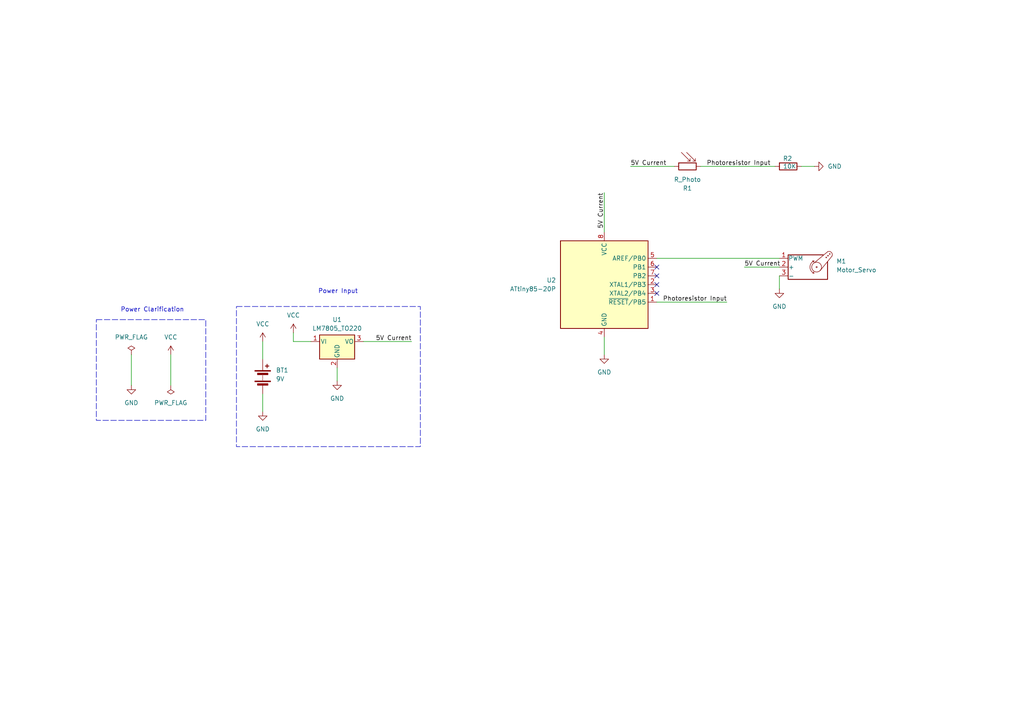
<source format=kicad_sch>
(kicad_sch (version 20231120) (generator "eeschema") (generator_version "8.0")
  (paper "A4")
  (lib_symbols
    (symbol "Device:Battery" (pin_numbers hide) (pin_names (offset 0) hide)
      (property "Reference" "BT" (at 2.54 2.54 0))
      (property "Value" "Battery" (at 2.54 0 0))
      (symbol "Battery_0_1"
        (rectangle (start -2.286 -1.27) (end 2.286 -1.524) (fill (type outline)))
        (rectangle (start -2.286 1.778) (end 2.286 1.524) (fill (type outline)))
        (rectangle (start -1.524 -2.032) (end 1.524 -2.54) (fill (type outline)))
        (rectangle (start -1.524 1.016) (end 1.524 0.508) (fill (type outline)))
        (polyline (pts (xy 0 -1.016) (xy 0 -0.762)))
        (polyline (pts (xy 0 -0.508) (xy 0 -0.254)))
        (polyline (pts (xy 0 0) (xy 0 0.254)))
        (polyline (pts (xy 0 1.778) (xy 0 2.54)))
        (polyline (pts (xy 0.762 3.048) (xy 1.778 3.048)) (stroke (width 0.254)))
        (polyline (pts (xy 1.27 3.556) (xy 1.27 2.54)) (stroke (width 0.254)))
      )
      (symbol "Battery_1_1"
        (pin passive line (at 0 5.08 270) (length 2.54) (name "+") (number "1"))
        (pin passive line (at 0 -5.08 90) (length 2.54) (name "-") (number "2"))
      )
    )
    (symbol "Device:R" (pin_numbers hide) (pin_names (offset 0))
      (property "Reference" "R" (at 2.032 0 90))
      (property "Value" "R" (at 0 0 90))
      (symbol "R_0_1"
        (rectangle (start -1.016 -2.54) (end 1.016 2.54) (stroke (width 0.254)))
      )
      (symbol "R_1_1"
        (pin passive line (at 0 3.81 270) (length 1.27) (name "~") (number "1"))
        (pin passive line (at 0 -3.81 90) (length 1.27) (name "~") (number "2"))
      )
    )
    (symbol "Device:R_Photo" (pin_numbers hide) (pin_names (offset 0))
      (property "Reference" "R" (at 1.27 1.27 0))
      (property "Value" "R_Photo" (at 1.27 0 0))
      (symbol "R_Photo_0_1"
        (rectangle (start -1.016 2.54) (end 1.016 -2.54) (stroke (width 0.254)))
        (polyline (pts (xy -1.524 -2.286) (xy -4.064 0.254)))
        (polyline (pts (xy -1.524 -2.286) (xy -2.286 -2.286)))
        (polyline (pts (xy -1.524 -2.286) (xy -1.524 -1.524)))
        (polyline (pts (xy -1.524 -0.762) (xy -4.064 1.778)))
        (polyline (pts (xy -1.524 -0.762) (xy -2.286 -0.762)))
        (polyline (pts (xy -1.524 -0.762) (xy -1.524 0)))
      )
      (symbol "R_Photo_1_1"
        (pin passive line (at 0 3.81 270) (length 1.27) (name "~") (number "1"))
        (pin passive line (at 0 -3.81 90) (length 1.27) (name "~") (number "2"))
      )
    )
    (symbol "MCU_Microchip_ATtiny:ATtiny85-20P"
      (property "Reference" "U" (at -12.7 13.97 0))
      (property "Value" "ATtiny85-20P" (at 2.54 -13.97 0))
      (symbol "ATtiny85-20P_0_1"
        (rectangle (start -12.7 -12.7) (end 12.7 12.7) (stroke (width 0.254)) (fill (type background)))
      )
      (symbol "ATtiny85-20P_1_1"
        (pin bidirectional line (at 15.24 -5.08 180) (length 2.54) (name "~{RESET}/PB5") (number "1"))
        (pin bidirectional line (at 15.24 0 180) (length 2.54) (name "XTAL1/PB3") (number "2"))
        (pin bidirectional line (at 15.24 -2.54 180) (length 2.54) (name "XTAL2/PB4") (number "3"))
        (pin power_in line (at 0 -15.24 90) (length 2.54) (name "GND") (number "4"))
        (pin bidirectional line (at 15.24 7.62 180) (length 2.54) (name "AREF/PB0") (number "5"))
        (pin bidirectional line (at 15.24 5.08 180) (length 2.54) (name "PB1") (number "6"))
        (pin bidirectional line (at 15.24 2.54 180) (length 2.54) (name "PB2") (number "7"))
        (pin power_in line (at 0 15.24 270) (length 2.54) (name "VCC") (number "8"))
      )
    )
    (symbol "Motor:Motor_Servo" (pin_names (offset 0.0254))
      (property "Reference" "M" (at -5.08 4.445 0))
      (property "Value" "Motor_Servo" (at -5.08 -4.064 0))
      (symbol "Motor_Servo_0_1"
        (polyline (pts (xy 2.413 -1.778) (xy 2.032 -1.778)))
        (polyline (pts (xy 2.413 -1.778) (xy 2.286 -1.397)))
        (polyline (pts (xy 2.413 1.778) (xy 1.905 1.778)))
        (polyline (pts (xy 2.413 1.778) (xy 2.286 1.397)))
        (polyline (pts (xy 6.35 4.445) (xy 2.54 1.27)))
        (polyline (pts (xy 7.62 3.175) (xy 4.191 -1.016)))
        (polyline (pts (xy 5.08 3.556) (xy -5.08 3.556) (xy -5.08 -3.556) (xy 6.35 -3.556) (xy 6.35 1.524)) (stroke (width 0.254)))
        (arc (start 2.413 1.778) (mid 1.2406 0) (end 2.413 -1.778))
        (circle (center 3.175 0) (radius 0.1778))
        (circle (center 3.175 0) (radius 1.4224))
        (circle (center 5.969 2.794) (radius 0.127))
        (circle (center 6.477 3.302) (radius 0.127))
        (circle (center 6.985 3.81) (radius 0.127))
        (arc (start 7.62 3.175) (mid 7.4485 4.2735) (end 6.35 4.445))
      )
      (symbol "Motor_Servo_1_1"
        (pin passive line (at -7.62 2.54 0) (length 2.54) (name "PWM") (number "1"))
        (pin passive line (at -7.62 0 0) (length 2.54) (name "+") (number "2"))
        (pin passive line (at -7.62 -2.54 0) (length 2.54) (name "-") (number "3"))
      )
    )
    (symbol "Regulator_Linear:LM7805_TO220" (pin_names (offset 0.254))
      (property "Reference" "U" (at -3.81 3.175 0))
      (property "Value" "LM7805_TO220" (at 0 3.175 0))
      (symbol "LM7805_TO220_0_1"
        (rectangle (start -5.08 1.905) (end 5.08 -5.08) (stroke (width 0.254)) (fill (type background)))
      )
      (symbol "LM7805_TO220_1_1"
        (pin power_in line (at -7.62 0 0) (length 2.54) (name "VI") (number "1"))
        (pin power_in line (at 0 -7.62 90) (length 2.54) (name "GND") (number "2"))
        (pin power_out line (at 7.62 0 180) (length 2.54) (name "VO") (number "3"))
      )
    )
    (symbol "power:GND" (power) (pin_numbers hide) (pin_names (offset 0) hide)
      (property "Value" "GND" (at 0 -3.81 0))
      (symbol "GND_0_1"
        (polyline (pts (xy 0 0) (xy 0 -1.27) (xy 1.27 -1.27) (xy 0 -2.54) (xy -1.27 -1.27) (xy 0 -1.27)))
      )
      (symbol "GND_1_1"
        (pin power_in line (at 0 0 270) (length 0) (name "~") (number "1"))
      )
    )
    (symbol "power:PWR_FLAG" (power) (pin_numbers hide) (pin_names (offset 0) hide)
      (property "Value" "PWR_FLAG" (at 0 3.81 0))
      (symbol "PWR_FLAG_0_0"
        (pin power_out line (at 0 0 90) (length 0) (name "~") (number "1"))
      )
      (symbol "PWR_FLAG_0_1"
        (polyline (pts (xy 0 0) (xy 0 1.27) (xy -1.016 1.905) (xy 0 2.54) (xy 1.016 1.905) (xy 0 1.27)))
      )
    )
    (symbol "power:VCC" (power) (pin_numbers hide) (pin_names (offset 0) hide)
      (property "Value" "VCC" (at 0 3.556 0))
      (symbol "VCC_0_1"
        (polyline (pts (xy -0.762 1.27) (xy 0 2.54)))
        (polyline (pts (xy 0 0) (xy 0 2.54)))
        (polyline (pts (xy 0 2.54) (xy 0.762 1.27)))
      )
      (symbol "VCC_1_1"
        (pin power_in line (at 0 0 90) (length 0) (name "~") (number "1"))
      )
    )
  )
  (no_connect (at 190.5 77.47))
  (no_connect (at 190.5 82.55))
  (no_connect (at 190.5 85.09))
  (no_connect (at 190.5 80.01))
  (wire (pts (xy 175.26 97.79) (xy 175.26 102.87)))
  (wire (pts (xy 85.09 96.52) (xy 85.09 99.06)))
  (wire (pts (xy 175.26 55.88) (xy 175.26 67.31)))
  (wire (pts (xy 76.2 99.06) (xy 76.2 104.14)))
  (wire (pts (xy 190.5 74.93) (xy 226.06 74.93)))
  (wire (pts (xy 215.9 77.47) (xy 226.06 77.47)))
  (wire (pts (xy 226.06 80.01) (xy 226.06 83.82)))
  (wire (pts (xy 203.2 48.26) (xy 224.79 48.26)))
  (wire (pts (xy 90.17 99.06) (xy 85.09 99.06)))
  (wire (pts (xy 190.5 87.63) (xy 210.82 87.63)))
  (wire (pts (xy 97.79 106.68) (xy 97.79 110.49)))
  (wire (pts (xy 49.53 102.87) (xy 49.53 111.76)))
  (wire (pts (xy 232.41 48.26) (xy 236.22 48.26)))
  (wire (pts (xy 38.1 102.87) (xy 38.1 111.76)))
  (wire (pts (xy 182.88 48.26) (xy 195.58 48.26)))
  (wire (pts (xy 105.41 99.06) (xy 119.38 99.06)))
  (wire (pts (xy 76.2 114.3) (xy 76.2 119.38)))
  (rectangle (start 68.58 88.9) (end 121.92 129.54) (stroke (width 0) (type dash)))
  (rectangle (start 27.94 92.71) (end 59.69 121.92) (stroke (width 0) (type dash)))
  (rectangle (start 59.69 121.92) (end 59.69 121.92))
  (text "Power Clarification" (at 44.196 89.916 0) (effects (font (size 1.27 1.27))))
  (text "Power Input" (at 98.044 84.582 0) (effects (font (size 1.27 1.27))))
  (label "5V Current" (at 119.38 99.06 180))
  (label "5V Current" (at 182.88 48.26 0))
  (label "Photoresistor Input" (at 210.82 87.63 180))
  (label "Photoresistor Input" (at 223.52 48.26 180))
  (label "5V Current" (at 215.9 77.47 0))
  (label "5V Current" (at 175.26 55.88 270))
  (symbol (lib_id "Regulator_Linear:LM7805_TO220") (at 97.79 99.06 0) (unit 1)
    (property "Reference" "U1" (at 97.79 92.71 0))
    (property "Value" "LM7805_TO220" (at 97.79 95.25 0))
    (property "Footprint" "Package_TO_SOT_THT:TO-220-3_Vertical" (effects (hide yes)))
    (property "Datasheet" "https://www.onsemi.cn/PowerSolutions/document/MC7800-D.PDF" (effects (hide yes)))
    (property "Description" "Positive 1A 35V Linear Regulator, Fixed Output 5V, TO-220" (effects (hide yes)))
  )
  (symbol (lib_id "power:GND") (at 175.26 102.87 0) (unit 1)
    (property "Reference" "#PWR07" (effects (hide yes)))
    (property "Value" "GND" (at 175.26 107.95 0))
    (property "Description" "Power symbol creates a global label with name \"GND\" , ground" (effects (hide yes)))
  )
  (symbol (lib_id "power:VCC") (at 49.53 102.87 0) (unit 1)
    (property "Reference" "#PWR04" (effects (hide yes)))
    (property "Value" "VCC" (at 49.53 97.79 0))
    (property "Description" "Power symbol creates a global label with name \"VCC\"" (effects (hide yes)))
  )
  (symbol (lib_id "Device:R_Photo") (at 199.39 48.26 90) (mirror x) (unit 1)
    (property "Reference" "R1" (at 199.39 54.61 90))
    (property "Value" "R_Photo" (at 199.39 52.07 90))
    (property "Footprint" "OptoDevice:Luna_NSL-32" (effects (hide yes)))
    (property "Description" "Photoresistor" (effects (hide yes)))
  )
  (symbol (lib_id "MCU_Microchip_ATtiny:ATtiny85-20P") (at 175.26 82.55 0) (unit 1)
    (property "Reference" "U2" (at 161.29 81.2799 0) (effects (justify right)))
    (property "Value" "ATtiny85-20P" (at 161.29 83.8199 0) (effects (justify right)))
    (property "Footprint" "Package_DIP:DIP-8_W7.62mm" (effects (hide yes)))
    (property "Datasheet" "http://ww1.microchip.com/downloads/en/DeviceDoc/atmel-2586-avr-8-bit-microcontroller-attiny25-attiny45-attiny85_datasheet.pdf" (effects (hide yes)))
    (property "Description" "20MHz, 8kB Flash, 512B SRAM, 512B EEPROM, debugWIRE, DIP-8" (effects (hide yes)))
  )
  (symbol (lib_id "power:GND") (at 226.06 83.82 0) (unit 1)
    (property "Reference" "#PWR09" (effects (hide yes)))
    (property "Value" "GND" (at 226.06 88.9 0))
    (property "Description" "Power symbol creates a global label with name \"GND\" , ground" (effects (hide yes)))
  )
  (symbol (lib_id "Device:R") (at 228.6 48.26 270) (unit 1)
    (property "Reference" "R2" (at 227.076 45.974 90) (effects (justify left)))
    (property "Value" "10K" (at 227.076 48.26 90) (effects (justify left)))
    (property "Footprint" "Resistor_THT:R_Axial_DIN0207_L6.3mm_D2.5mm_P10.16mm_Horizontal" (effects (hide yes)))
    (property "Description" "Resistor" (effects (hide yes)))
  )
  (symbol (lib_id "power:PWR_FLAG") (at 49.53 111.76 180) (unit 1)
    (property "Reference" "#FLG02" (effects (hide yes)))
    (property "Value" "PWR_FLAG" (at 49.53 116.84 0))
    (property "Description" "Special symbol for telling ERC where power comes from" (effects (hide yes)))
  )
  (symbol (lib_id "power:VCC") (at 85.09 96.52 0) (unit 1)
    (property "Reference" "#PWR05" (effects (hide yes)))
    (property "Value" "VCC" (at 85.09 91.44 0))
    (property "Description" "Power symbol creates a global label with name \"VCC\"" (effects (hide yes)))
  )
  (symbol (lib_id "Motor:Motor_Servo") (at 233.68 77.47 0) (unit 1)
    (property "Reference" "M1" (at 242.57 75.7665 0) (effects (justify left)))
    (property "Value" "Motor_Servo" (at 242.57 78.3065 0) (effects (justify left)))
    (property "Footprint" "Connector_PinHeader_2.54mm:PinHeader_1x03_P2.54mm_Horizontal" (effects (hide yes)))
    (property "Datasheet" "http://forums.parallax.com/uploads/attachments/46831/74481.png" (effects (hide yes)))
    (property "Description" "Servo Motor (Futaba, HiTec, JR connector)" (effects (hide yes)))
  )
  (symbol (lib_id "Device:Battery") (at 76.2 109.22 0) (unit 1)
    (property "Reference" "BT1" (at 80.01 107.3784 0) (effects (justify left)))
    (property "Value" "9V" (at 80.01 109.9184 0) (effects (justify left)))
    (property "Footprint" "Battery:BatteryHolder_MPD_BA9VPC_1xPP3" (effects (hide yes)))
    (property "Description" "Multiple-cell battery" (effects (hide yes)))
  )
  (symbol (lib_id "power:GND") (at 97.79 110.49 0) (unit 1)
    (property "Reference" "#PWR06" (effects (hide yes)))
    (property "Value" "GND" (at 97.79 115.57 0))
    (property "Description" "Power symbol creates a global label with name \"GND\" , ground" (effects (hide yes)))
  )
  (symbol (lib_id "power:GND") (at 76.2 119.38 0) (unit 1)
    (property "Reference" "#PWR02" (effects (hide yes)))
    (property "Value" "GND" (at 76.2 124.46 0))
    (property "Description" "Power symbol creates a global label with name \"GND\" , ground" (effects (hide yes)))
  )
  (symbol (lib_id "power:VCC") (at 76.2 99.06 0) (unit 1)
    (property "Reference" "#PWR01" (effects (hide yes)))
    (property "Value" "VCC" (at 76.2 93.98 0))
    (property "Description" "Power symbol creates a global label with name \"VCC\"" (effects (hide yes)))
  )
  (symbol (lib_id "power:GND") (at 38.1 111.76 0) (unit 1)
    (property "Reference" "#PWR03" (effects (hide yes)))
    (property "Value" "GND" (at 38.1 116.84 0))
    (property "Description" "Power symbol creates a global label with name \"GND\" , ground" (effects (hide yes)))
  )
  (symbol (lib_id "power:GND") (at 236.22 48.26 90) (unit 1)
    (property "Reference" "#PWR08" (effects (hide yes)))
    (property "Value" "GND" (at 240.03 48.2599 90) (effects (justify right)))
    (property "Description" "Power symbol creates a global label with name \"GND\" , ground" (effects (hide yes)))
  )
  (symbol (lib_id "power:PWR_FLAG") (at 38.1 102.87 0) (unit 1)
    (property "Reference" "#FLG01" (effects (hide yes)))
    (property "Value" "PWR_FLAG" (at 38.1 97.79 0))
    (property "Description" "Special symbol for telling ERC where power comes from" (effects (hide yes)))
  )
)
</source>
